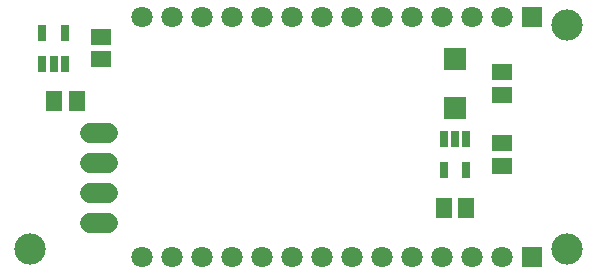
<source format=gbr>
G04 EAGLE Gerber RS-274X export*
G75*
%MOMM*%
%FSLAX34Y34*%
%LPD*%
%INSoldermask Bottom*%
%IPPOS*%
%AMOC8*
5,1,8,0,0,1.08239X$1,22.5*%
G01*
%ADD10C,1.676400*%
%ADD11R,1.802400X1.802400*%
%ADD12C,1.802400*%
%ADD13R,0.702400X1.352400*%
%ADD14R,1.452400X1.652400*%
%ADD15R,1.652400X1.452400*%
%ADD16R,1.852400X1.952400*%
%ADD17C,2.652400*%


D10*
X85720Y41900D02*
X70480Y41900D01*
X70480Y67300D02*
X85720Y67300D01*
X85720Y92700D02*
X70480Y92700D01*
X70480Y118100D02*
X85720Y118100D01*
D11*
X445100Y13400D03*
D12*
X419700Y13400D03*
X394300Y13400D03*
X368900Y13400D03*
X343500Y13400D03*
X318100Y13400D03*
X292700Y13400D03*
X267300Y13400D03*
X241900Y13400D03*
X216500Y13400D03*
X191100Y13400D03*
X165700Y13400D03*
X140300Y13400D03*
X114900Y13400D03*
D11*
X445100Y216600D03*
D12*
X419700Y216600D03*
X394300Y216600D03*
X368900Y216600D03*
X343500Y216600D03*
X318100Y216600D03*
X292700Y216600D03*
X267300Y216600D03*
X241900Y216600D03*
X216500Y216600D03*
X191100Y216600D03*
X165700Y216600D03*
X140300Y216600D03*
X114900Y216600D03*
D13*
X49500Y177000D03*
X40000Y177000D03*
X30500Y177000D03*
X30500Y203000D03*
X49500Y203000D03*
D14*
X59500Y145000D03*
X40500Y145000D03*
D15*
X80000Y199500D03*
X80000Y180500D03*
D13*
X370500Y113001D03*
X380000Y113001D03*
X389500Y113001D03*
X389500Y86999D03*
X370500Y86999D03*
D16*
X380000Y139500D03*
X380000Y180500D03*
D15*
X420000Y169500D03*
X420000Y150500D03*
D14*
X370500Y55000D03*
X389500Y55000D03*
D15*
X420000Y90500D03*
X420000Y109500D03*
D17*
X475000Y20000D03*
X475000Y210000D03*
X20000Y20000D03*
M02*

</source>
